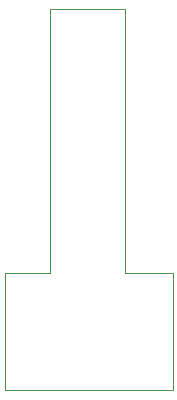
<source format=gbr>
%TF.GenerationSoftware,KiCad,Pcbnew,8.0.1*%
%TF.CreationDate,2024-04-21T19:06:48-04:00*%
%TF.ProjectId,Semaforo,53656d61-666f-4726-9f2e-6b696361645f,Andres La Madrid*%
%TF.SameCoordinates,Original*%
%TF.FileFunction,Profile,NP*%
%FSLAX46Y46*%
G04 Gerber Fmt 4.6, Leading zero omitted, Abs format (unit mm)*
G04 Created by KiCad (PCBNEW 8.0.1) date 2024-04-21 19:06:48*
%MOMM*%
%LPD*%
G01*
G04 APERTURE LIST*
%TA.AperFunction,Profile*%
%ADD10C,0.050000*%
%TD*%
G04 APERTURE END LIST*
D10*
X135656000Y-100711000D02*
X135656000Y-78359000D01*
X142006000Y-78359000D02*
X142006000Y-100711000D01*
X135656000Y-78359000D02*
X142006000Y-78359000D01*
X131846000Y-110617000D02*
X131846000Y-100711000D01*
X146070000Y-100711000D02*
X146070000Y-110617000D01*
X135656000Y-100711000D02*
X131846000Y-100711000D01*
X146070000Y-110617000D02*
X131846000Y-110617000D01*
X146070000Y-100711000D02*
X142006000Y-100711000D01*
M02*

</source>
